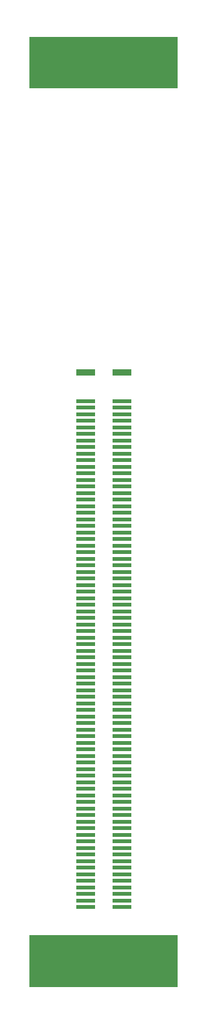
<source format=gbs>
G04 Layer: BottomSolderMaskLayer*
G04 EasyEDA v6.5.23, 2023-06-01 15:37:06*
G04 23eb6b4696734b44af23c16f2827e462,5a6b42c53f6a479593ecc07194224c93,10*
G04 Gerber Generator version 0.2*
G04 Scale: 100 percent, Rotated: No, Reflected: No *
G04 Dimensions in millimeters *
G04 leading zeros omitted , absolute positions ,4 integer and 5 decimal *
%FSLAX45Y45*%
%MOMM*%

%ADD10O,6.6032126X3.4031936000000003*%

%LPD*%
D10*
G01*
X508000Y12573000D03*
G01*
X1498600Y330200D03*
G36*
X0Y698500D02*
G01*
X2008708Y698500D01*
X2008708Y0D01*
X0Y0D01*
G37*
G36*
X0Y12852400D02*
G01*
X2008708Y12852400D01*
X2008708Y12153900D01*
X0Y12153900D01*
G37*
G36*
X1130300Y8356600D02*
G01*
X1384300Y8356600D01*
X1384300Y8267700D01*
X1130300Y8267700D01*
G37*
G36*
X635000Y8356600D02*
G01*
X889000Y8356600D01*
X889000Y8267700D01*
X635000Y8267700D01*
G37*
G36*
X1130300Y6172200D02*
G01*
X1384300Y6172200D01*
X1384300Y6121400D01*
X1130300Y6121400D01*
G37*
G36*
X1130300Y6083300D02*
G01*
X1384300Y6083300D01*
X1384300Y6032500D01*
X1130300Y6032500D01*
G37*
G36*
X1130300Y5994400D02*
G01*
X1384300Y5994400D01*
X1384300Y5943600D01*
X1130300Y5943600D01*
G37*
G36*
X1130300Y5727700D02*
G01*
X1384300Y5727700D01*
X1384300Y5676900D01*
X1130300Y5676900D01*
G37*
G36*
X1130300Y5816600D02*
G01*
X1384300Y5816600D01*
X1384300Y5765800D01*
X1130300Y5765800D01*
G37*
G36*
X1130300Y5905500D02*
G01*
X1384300Y5905500D01*
X1384300Y5854700D01*
X1130300Y5854700D01*
G37*
G36*
X1130300Y5461000D02*
G01*
X1384300Y5461000D01*
X1384300Y5410200D01*
X1130300Y5410200D01*
G37*
G36*
X1130300Y5549900D02*
G01*
X1384300Y5549900D01*
X1384300Y5499100D01*
X1130300Y5499100D01*
G37*
G36*
X1130300Y5638800D02*
G01*
X1384300Y5638800D01*
X1384300Y5588000D01*
X1130300Y5588000D01*
G37*
G36*
X1130300Y5194300D02*
G01*
X1384300Y5194300D01*
X1384300Y5143500D01*
X1130300Y5143500D01*
G37*
G36*
X1130300Y5283200D02*
G01*
X1384300Y5283200D01*
X1384300Y5232400D01*
X1130300Y5232400D01*
G37*
G36*
X1130300Y5372100D02*
G01*
X1384300Y5372100D01*
X1384300Y5321300D01*
X1130300Y5321300D01*
G37*
G36*
X1130300Y5016500D02*
G01*
X1384300Y5016500D01*
X1384300Y4965700D01*
X1130300Y4965700D01*
G37*
G36*
X1130300Y5105400D02*
G01*
X1384300Y5105400D01*
X1384300Y5054600D01*
X1130300Y5054600D01*
G37*
G36*
X1130300Y6350000D02*
G01*
X1384300Y6350000D01*
X1384300Y6299200D01*
X1130300Y6299200D01*
G37*
G36*
X1130300Y6261100D02*
G01*
X1384300Y6261100D01*
X1384300Y6210300D01*
X1130300Y6210300D01*
G37*
G36*
X1130300Y6616700D02*
G01*
X1384300Y6616700D01*
X1384300Y6565900D01*
X1130300Y6565900D01*
G37*
G36*
X1130300Y6527800D02*
G01*
X1384300Y6527800D01*
X1384300Y6477000D01*
X1130300Y6477000D01*
G37*
G36*
X1130300Y6438900D02*
G01*
X1384300Y6438900D01*
X1384300Y6388100D01*
X1130300Y6388100D01*
G37*
G36*
X1130300Y6883400D02*
G01*
X1384300Y6883400D01*
X1384300Y6832600D01*
X1130300Y6832600D01*
G37*
G36*
X1130300Y6794500D02*
G01*
X1384300Y6794500D01*
X1384300Y6743700D01*
X1130300Y6743700D01*
G37*
G36*
X1130300Y6705600D02*
G01*
X1384300Y6705600D01*
X1384300Y6654800D01*
X1130300Y6654800D01*
G37*
G36*
X1130300Y7150100D02*
G01*
X1384300Y7150100D01*
X1384300Y7099300D01*
X1130300Y7099300D01*
G37*
G36*
X1130300Y7061200D02*
G01*
X1384300Y7061200D01*
X1384300Y7010400D01*
X1130300Y7010400D01*
G37*
G36*
X1130300Y6972300D02*
G01*
X1384300Y6972300D01*
X1384300Y6921500D01*
X1130300Y6921500D01*
G37*
G36*
X1130300Y7416800D02*
G01*
X1384300Y7416800D01*
X1384300Y7366000D01*
X1130300Y7366000D01*
G37*
G36*
X1130300Y7327900D02*
G01*
X1384300Y7327900D01*
X1384300Y7277100D01*
X1130300Y7277100D01*
G37*
G36*
X1130300Y7239000D02*
G01*
X1384300Y7239000D01*
X1384300Y7188200D01*
X1130300Y7188200D01*
G37*
G36*
X1130300Y7683500D02*
G01*
X1384300Y7683500D01*
X1384300Y7632700D01*
X1130300Y7632700D01*
G37*
G36*
X1130300Y7594600D02*
G01*
X1384300Y7594600D01*
X1384300Y7543800D01*
X1130300Y7543800D01*
G37*
G36*
X1130300Y7505700D02*
G01*
X1384300Y7505700D01*
X1384300Y7454900D01*
X1130300Y7454900D01*
G37*
G36*
X1130300Y7772400D02*
G01*
X1384300Y7772400D01*
X1384300Y7721600D01*
X1130300Y7721600D01*
G37*
G36*
X1130300Y7861300D02*
G01*
X1384300Y7861300D01*
X1384300Y7810500D01*
X1130300Y7810500D01*
G37*
G36*
X1130300Y7950200D02*
G01*
X1384300Y7950200D01*
X1384300Y7899400D01*
X1130300Y7899400D01*
G37*
G36*
X635000Y7950200D02*
G01*
X889000Y7950200D01*
X889000Y7899400D01*
X635000Y7899400D01*
G37*
G36*
X635000Y7861300D02*
G01*
X889000Y7861300D01*
X889000Y7810500D01*
X635000Y7810500D01*
G37*
G36*
X635000Y7772400D02*
G01*
X889000Y7772400D01*
X889000Y7721600D01*
X635000Y7721600D01*
G37*
G36*
X635000Y7505700D02*
G01*
X889000Y7505700D01*
X889000Y7454900D01*
X635000Y7454900D01*
G37*
G36*
X635000Y7594600D02*
G01*
X889000Y7594600D01*
X889000Y7543800D01*
X635000Y7543800D01*
G37*
G36*
X635000Y7683500D02*
G01*
X889000Y7683500D01*
X889000Y7632700D01*
X635000Y7632700D01*
G37*
G36*
X635000Y7239000D02*
G01*
X889000Y7239000D01*
X889000Y7188200D01*
X635000Y7188200D01*
G37*
G36*
X635000Y7327900D02*
G01*
X889000Y7327900D01*
X889000Y7277100D01*
X635000Y7277100D01*
G37*
G36*
X635000Y7416800D02*
G01*
X889000Y7416800D01*
X889000Y7366000D01*
X635000Y7366000D01*
G37*
G36*
X635000Y6972300D02*
G01*
X889000Y6972300D01*
X889000Y6921500D01*
X635000Y6921500D01*
G37*
G36*
X635000Y7061200D02*
G01*
X889000Y7061200D01*
X889000Y7010400D01*
X635000Y7010400D01*
G37*
G36*
X635000Y7150100D02*
G01*
X889000Y7150100D01*
X889000Y7099300D01*
X635000Y7099300D01*
G37*
G36*
X635000Y6705600D02*
G01*
X889000Y6705600D01*
X889000Y6654800D01*
X635000Y6654800D01*
G37*
G36*
X635000Y6794500D02*
G01*
X889000Y6794500D01*
X889000Y6743700D01*
X635000Y6743700D01*
G37*
G36*
X635000Y6883400D02*
G01*
X889000Y6883400D01*
X889000Y6832600D01*
X635000Y6832600D01*
G37*
G36*
X635000Y6438900D02*
G01*
X889000Y6438900D01*
X889000Y6388100D01*
X635000Y6388100D01*
G37*
G36*
X635000Y6527800D02*
G01*
X889000Y6527800D01*
X889000Y6477000D01*
X635000Y6477000D01*
G37*
G36*
X635000Y6616700D02*
G01*
X889000Y6616700D01*
X889000Y6565900D01*
X635000Y6565900D01*
G37*
G36*
X635000Y6261100D02*
G01*
X889000Y6261100D01*
X889000Y6210300D01*
X635000Y6210300D01*
G37*
G36*
X635000Y6350000D02*
G01*
X889000Y6350000D01*
X889000Y6299200D01*
X635000Y6299200D01*
G37*
G36*
X635000Y5105400D02*
G01*
X889000Y5105400D01*
X889000Y5054600D01*
X635000Y5054600D01*
G37*
G36*
X635000Y5016500D02*
G01*
X889000Y5016500D01*
X889000Y4965700D01*
X635000Y4965700D01*
G37*
G36*
X635000Y5372100D02*
G01*
X889000Y5372100D01*
X889000Y5321300D01*
X635000Y5321300D01*
G37*
G36*
X635000Y5283200D02*
G01*
X889000Y5283200D01*
X889000Y5232400D01*
X635000Y5232400D01*
G37*
G36*
X635000Y5194300D02*
G01*
X889000Y5194300D01*
X889000Y5143500D01*
X635000Y5143500D01*
G37*
G36*
X635000Y5638800D02*
G01*
X889000Y5638800D01*
X889000Y5588000D01*
X635000Y5588000D01*
G37*
G36*
X635000Y5549900D02*
G01*
X889000Y5549900D01*
X889000Y5499100D01*
X635000Y5499100D01*
G37*
G36*
X635000Y5461000D02*
G01*
X889000Y5461000D01*
X889000Y5410200D01*
X635000Y5410200D01*
G37*
G36*
X635000Y5905500D02*
G01*
X889000Y5905500D01*
X889000Y5854700D01*
X635000Y5854700D01*
G37*
G36*
X635000Y5816600D02*
G01*
X889000Y5816600D01*
X889000Y5765800D01*
X635000Y5765800D01*
G37*
G36*
X635000Y5727700D02*
G01*
X889000Y5727700D01*
X889000Y5676900D01*
X635000Y5676900D01*
G37*
G36*
X635000Y5994400D02*
G01*
X889000Y5994400D01*
X889000Y5943600D01*
X635000Y5943600D01*
G37*
G36*
X635000Y6083300D02*
G01*
X889000Y6083300D01*
X889000Y6032500D01*
X635000Y6032500D01*
G37*
G36*
X635000Y6172200D02*
G01*
X889000Y6172200D01*
X889000Y6121400D01*
X635000Y6121400D01*
G37*
G36*
X635000Y3149600D02*
G01*
X889000Y3149600D01*
X889000Y3098800D01*
X635000Y3098800D01*
G37*
G36*
X635000Y3060700D02*
G01*
X889000Y3060700D01*
X889000Y3009900D01*
X635000Y3009900D01*
G37*
G36*
X635000Y2971800D02*
G01*
X889000Y2971800D01*
X889000Y2921000D01*
X635000Y2921000D01*
G37*
G36*
X635000Y2705100D02*
G01*
X889000Y2705100D01*
X889000Y2654300D01*
X635000Y2654300D01*
G37*
G36*
X635000Y2794000D02*
G01*
X889000Y2794000D01*
X889000Y2743200D01*
X635000Y2743200D01*
G37*
G36*
X635000Y2882900D02*
G01*
X889000Y2882900D01*
X889000Y2832100D01*
X635000Y2832100D01*
G37*
G36*
X635000Y2438400D02*
G01*
X889000Y2438400D01*
X889000Y2387600D01*
X635000Y2387600D01*
G37*
G36*
X635000Y2527300D02*
G01*
X889000Y2527300D01*
X889000Y2476500D01*
X635000Y2476500D01*
G37*
G36*
X635000Y2616200D02*
G01*
X889000Y2616200D01*
X889000Y2565400D01*
X635000Y2565400D01*
G37*
G36*
X635000Y2171700D02*
G01*
X889000Y2171700D01*
X889000Y2120900D01*
X635000Y2120900D01*
G37*
G36*
X635000Y2260600D02*
G01*
X889000Y2260600D01*
X889000Y2209800D01*
X635000Y2209800D01*
G37*
G36*
X635000Y2349500D02*
G01*
X889000Y2349500D01*
X889000Y2298700D01*
X635000Y2298700D01*
G37*
G36*
X635000Y1993900D02*
G01*
X889000Y1993900D01*
X889000Y1943100D01*
X635000Y1943100D01*
G37*
G36*
X635000Y2082800D02*
G01*
X889000Y2082800D01*
X889000Y2032000D01*
X635000Y2032000D01*
G37*
G36*
X635000Y3327400D02*
G01*
X889000Y3327400D01*
X889000Y3276600D01*
X635000Y3276600D01*
G37*
G36*
X635000Y3238500D02*
G01*
X889000Y3238500D01*
X889000Y3187700D01*
X635000Y3187700D01*
G37*
G36*
X635000Y3594100D02*
G01*
X889000Y3594100D01*
X889000Y3543300D01*
X635000Y3543300D01*
G37*
G36*
X635000Y3505200D02*
G01*
X889000Y3505200D01*
X889000Y3454400D01*
X635000Y3454400D01*
G37*
G36*
X635000Y3416300D02*
G01*
X889000Y3416300D01*
X889000Y3365500D01*
X635000Y3365500D01*
G37*
G36*
X635000Y3860800D02*
G01*
X889000Y3860800D01*
X889000Y3810000D01*
X635000Y3810000D01*
G37*
G36*
X635000Y3771900D02*
G01*
X889000Y3771900D01*
X889000Y3721100D01*
X635000Y3721100D01*
G37*
G36*
X635000Y3683000D02*
G01*
X889000Y3683000D01*
X889000Y3632200D01*
X635000Y3632200D01*
G37*
G36*
X635000Y4127500D02*
G01*
X889000Y4127500D01*
X889000Y4076700D01*
X635000Y4076700D01*
G37*
G36*
X635000Y4038600D02*
G01*
X889000Y4038600D01*
X889000Y3987800D01*
X635000Y3987800D01*
G37*
G36*
X635000Y3949700D02*
G01*
X889000Y3949700D01*
X889000Y3898900D01*
X635000Y3898900D01*
G37*
G36*
X635000Y4394200D02*
G01*
X889000Y4394200D01*
X889000Y4343400D01*
X635000Y4343400D01*
G37*
G36*
X635000Y4305300D02*
G01*
X889000Y4305300D01*
X889000Y4254500D01*
X635000Y4254500D01*
G37*
G36*
X635000Y4216400D02*
G01*
X889000Y4216400D01*
X889000Y4165600D01*
X635000Y4165600D01*
G37*
G36*
X635000Y4660900D02*
G01*
X889000Y4660900D01*
X889000Y4610100D01*
X635000Y4610100D01*
G37*
G36*
X635000Y4572000D02*
G01*
X889000Y4572000D01*
X889000Y4521200D01*
X635000Y4521200D01*
G37*
G36*
X635000Y4483100D02*
G01*
X889000Y4483100D01*
X889000Y4432300D01*
X635000Y4432300D01*
G37*
G36*
X635000Y4749800D02*
G01*
X889000Y4749800D01*
X889000Y4699000D01*
X635000Y4699000D01*
G37*
G36*
X635000Y4838700D02*
G01*
X889000Y4838700D01*
X889000Y4787900D01*
X635000Y4787900D01*
G37*
G36*
X635000Y4927600D02*
G01*
X889000Y4927600D01*
X889000Y4876800D01*
X635000Y4876800D01*
G37*
G36*
X1130300Y4927600D02*
G01*
X1384300Y4927600D01*
X1384300Y4876800D01*
X1130300Y4876800D01*
G37*
G36*
X1130300Y4838700D02*
G01*
X1384300Y4838700D01*
X1384300Y4787900D01*
X1130300Y4787900D01*
G37*
G36*
X1130300Y4749800D02*
G01*
X1384300Y4749800D01*
X1384300Y4699000D01*
X1130300Y4699000D01*
G37*
G36*
X1130300Y4483100D02*
G01*
X1384300Y4483100D01*
X1384300Y4432300D01*
X1130300Y4432300D01*
G37*
G36*
X1130300Y4572000D02*
G01*
X1384300Y4572000D01*
X1384300Y4521200D01*
X1130300Y4521200D01*
G37*
G36*
X1130300Y4660900D02*
G01*
X1384300Y4660900D01*
X1384300Y4610100D01*
X1130300Y4610100D01*
G37*
G36*
X1130300Y4216400D02*
G01*
X1384300Y4216400D01*
X1384300Y4165600D01*
X1130300Y4165600D01*
G37*
G36*
X1130300Y4305300D02*
G01*
X1384300Y4305300D01*
X1384300Y4254500D01*
X1130300Y4254500D01*
G37*
G36*
X1130300Y4394200D02*
G01*
X1384300Y4394200D01*
X1384300Y4343400D01*
X1130300Y4343400D01*
G37*
G36*
X1130300Y3949700D02*
G01*
X1384300Y3949700D01*
X1384300Y3898900D01*
X1130300Y3898900D01*
G37*
G36*
X1130300Y4038600D02*
G01*
X1384300Y4038600D01*
X1384300Y3987800D01*
X1130300Y3987800D01*
G37*
G36*
X1130300Y4127500D02*
G01*
X1384300Y4127500D01*
X1384300Y4076700D01*
X1130300Y4076700D01*
G37*
G36*
X1130300Y3683000D02*
G01*
X1384300Y3683000D01*
X1384300Y3632200D01*
X1130300Y3632200D01*
G37*
G36*
X1130300Y3771900D02*
G01*
X1384300Y3771900D01*
X1384300Y3721100D01*
X1130300Y3721100D01*
G37*
G36*
X1130300Y3860800D02*
G01*
X1384300Y3860800D01*
X1384300Y3810000D01*
X1130300Y3810000D01*
G37*
G36*
X1130300Y3416300D02*
G01*
X1384300Y3416300D01*
X1384300Y3365500D01*
X1130300Y3365500D01*
G37*
G36*
X1130300Y3505200D02*
G01*
X1384300Y3505200D01*
X1384300Y3454400D01*
X1130300Y3454400D01*
G37*
G36*
X1130300Y3594100D02*
G01*
X1384300Y3594100D01*
X1384300Y3543300D01*
X1130300Y3543300D01*
G37*
G36*
X1130300Y3238500D02*
G01*
X1384300Y3238500D01*
X1384300Y3187700D01*
X1130300Y3187700D01*
G37*
G36*
X1130300Y3327400D02*
G01*
X1384300Y3327400D01*
X1384300Y3276600D01*
X1130300Y3276600D01*
G37*
G36*
X1130300Y2082800D02*
G01*
X1384300Y2082800D01*
X1384300Y2032000D01*
X1130300Y2032000D01*
G37*
G36*
X1130300Y1993900D02*
G01*
X1384300Y1993900D01*
X1384300Y1943100D01*
X1130300Y1943100D01*
G37*
G36*
X1130300Y2349500D02*
G01*
X1384300Y2349500D01*
X1384300Y2298700D01*
X1130300Y2298700D01*
G37*
G36*
X1130300Y2260600D02*
G01*
X1384300Y2260600D01*
X1384300Y2209800D01*
X1130300Y2209800D01*
G37*
G36*
X1130300Y2171700D02*
G01*
X1384300Y2171700D01*
X1384300Y2120900D01*
X1130300Y2120900D01*
G37*
G36*
X1130300Y2616200D02*
G01*
X1384300Y2616200D01*
X1384300Y2565400D01*
X1130300Y2565400D01*
G37*
G36*
X1130300Y2527300D02*
G01*
X1384300Y2527300D01*
X1384300Y2476500D01*
X1130300Y2476500D01*
G37*
G36*
X1130300Y2438400D02*
G01*
X1384300Y2438400D01*
X1384300Y2387600D01*
X1130300Y2387600D01*
G37*
G36*
X1130300Y2882900D02*
G01*
X1384300Y2882900D01*
X1384300Y2832100D01*
X1130300Y2832100D01*
G37*
G36*
X1130300Y2794000D02*
G01*
X1384300Y2794000D01*
X1384300Y2743200D01*
X1130300Y2743200D01*
G37*
G36*
X1130300Y2705100D02*
G01*
X1384300Y2705100D01*
X1384300Y2654300D01*
X1130300Y2654300D01*
G37*
G36*
X1130300Y2971800D02*
G01*
X1384300Y2971800D01*
X1384300Y2921000D01*
X1130300Y2921000D01*
G37*
G36*
X1130300Y3060700D02*
G01*
X1384300Y3060700D01*
X1384300Y3009900D01*
X1130300Y3009900D01*
G37*
G36*
X1130300Y3149600D02*
G01*
X1384300Y3149600D01*
X1384300Y3098800D01*
X1130300Y3098800D01*
G37*
G36*
X635000Y1104900D02*
G01*
X889000Y1104900D01*
X889000Y1054100D01*
X635000Y1054100D01*
G37*
G36*
X635000Y1371600D02*
G01*
X889000Y1371600D01*
X889000Y1320800D01*
X635000Y1320800D01*
G37*
G36*
X635000Y1282700D02*
G01*
X889000Y1282700D01*
X889000Y1231900D01*
X635000Y1231900D01*
G37*
G36*
X635000Y1193800D02*
G01*
X889000Y1193800D01*
X889000Y1143000D01*
X635000Y1143000D01*
G37*
G36*
X635000Y1638300D02*
G01*
X889000Y1638300D01*
X889000Y1587500D01*
X635000Y1587500D01*
G37*
G36*
X635000Y1549400D02*
G01*
X889000Y1549400D01*
X889000Y1498600D01*
X635000Y1498600D01*
G37*
G36*
X635000Y1460500D02*
G01*
X889000Y1460500D01*
X889000Y1409700D01*
X635000Y1409700D01*
G37*
G36*
X635000Y1727200D02*
G01*
X889000Y1727200D01*
X889000Y1676400D01*
X635000Y1676400D01*
G37*
G36*
X635000Y1816100D02*
G01*
X889000Y1816100D01*
X889000Y1765300D01*
X635000Y1765300D01*
G37*
G36*
X635000Y1905000D02*
G01*
X889000Y1905000D01*
X889000Y1854200D01*
X635000Y1854200D01*
G37*
G36*
X1130300Y1905000D02*
G01*
X1384300Y1905000D01*
X1384300Y1854200D01*
X1130300Y1854200D01*
G37*
G36*
X1130300Y1816100D02*
G01*
X1384300Y1816100D01*
X1384300Y1765300D01*
X1130300Y1765300D01*
G37*
G36*
X1130300Y1727200D02*
G01*
X1384300Y1727200D01*
X1384300Y1676400D01*
X1130300Y1676400D01*
G37*
G36*
X1130300Y1460500D02*
G01*
X1384300Y1460500D01*
X1384300Y1409700D01*
X1130300Y1409700D01*
G37*
G36*
X1130300Y1549400D02*
G01*
X1384300Y1549400D01*
X1384300Y1498600D01*
X1130300Y1498600D01*
G37*
G36*
X1130300Y1638300D02*
G01*
X1384300Y1638300D01*
X1384300Y1587500D01*
X1130300Y1587500D01*
G37*
G36*
X1130300Y1193800D02*
G01*
X1384300Y1193800D01*
X1384300Y1143000D01*
X1130300Y1143000D01*
G37*
G36*
X1130300Y1282700D02*
G01*
X1384300Y1282700D01*
X1384300Y1231900D01*
X1130300Y1231900D01*
G37*
G36*
X1130300Y1371600D02*
G01*
X1384300Y1371600D01*
X1384300Y1320800D01*
X1130300Y1320800D01*
G37*
G36*
X1130300Y1104900D02*
G01*
X1384300Y1104900D01*
X1384300Y1054100D01*
X1130300Y1054100D01*
G37*
M02*

</source>
